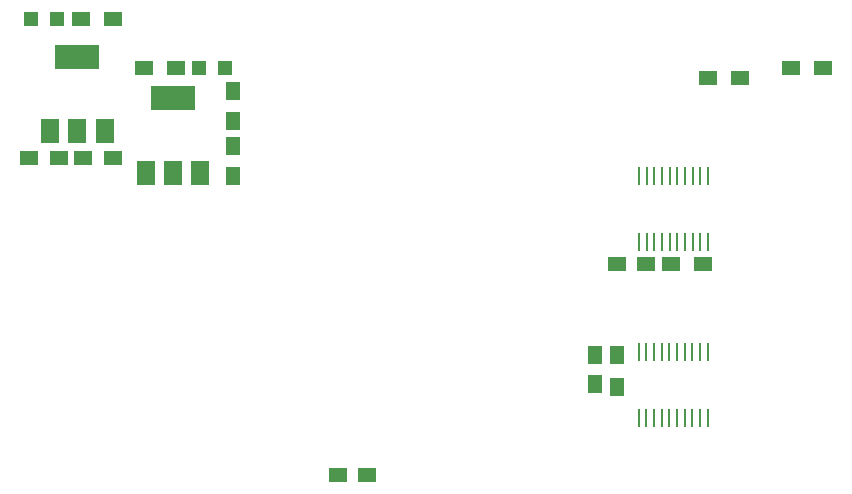
<source format=gbr>
G04 #@! TF.FileFunction,Paste,Top*
%FSLAX46Y46*%
G04 Gerber Fmt 4.6, Leading zero omitted, Abs format (unit mm)*
G04 Created by KiCad (PCBNEW 4.0.4-stable) date 04/28/17 11:07:38*
%MOMM*%
%LPD*%
G01*
G04 APERTURE LIST*
%ADD10C,0.100000*%
%ADD11R,1.500000X1.300000*%
%ADD12R,1.250000X1.500000*%
%ADD13R,1.500000X1.250000*%
%ADD14R,1.200000X1.200000*%
%ADD15R,1.300000X1.500000*%
%ADD16R,0.250000X1.550000*%
%ADD17R,3.800000X2.000000*%
%ADD18R,1.500000X2.000000*%
G04 APERTURE END LIST*
D10*
D11*
X177650000Y-74800000D03*
X174950000Y-74800000D03*
D12*
X165320000Y-100730000D03*
X165320000Y-98230000D03*
D13*
X143560000Y-108390000D03*
X146060000Y-108390000D03*
X169700000Y-90540000D03*
X167200000Y-90540000D03*
D12*
X134720000Y-83050000D03*
X134720000Y-80550000D03*
D13*
X122040000Y-81600000D03*
X124540000Y-81600000D03*
X119940000Y-81590000D03*
X117440000Y-81590000D03*
D12*
X134740000Y-75920000D03*
X134740000Y-78420000D03*
D14*
X117610000Y-69790000D03*
X119810000Y-69790000D03*
X134020000Y-73920000D03*
X131820000Y-73920000D03*
D15*
X167220000Y-100920000D03*
X167220000Y-98220000D03*
D11*
X174520000Y-90560000D03*
X171820000Y-90560000D03*
X121810000Y-69820000D03*
X124510000Y-69820000D03*
X129830000Y-73920000D03*
X127130000Y-73920000D03*
X181980000Y-73970000D03*
X184680000Y-73970000D03*
D16*
X169035000Y-103590000D03*
X169685000Y-103590000D03*
X170335000Y-103590000D03*
X170985000Y-103590000D03*
X171635000Y-103590000D03*
X172285000Y-103590000D03*
X172935000Y-103590000D03*
X173585000Y-103590000D03*
X174235000Y-103590000D03*
X174885000Y-103590000D03*
X174885000Y-97990000D03*
X174235000Y-97990000D03*
X173585000Y-97990000D03*
X172935000Y-97990000D03*
X172285000Y-97990000D03*
X171635000Y-97990000D03*
X170985000Y-97990000D03*
X170335000Y-97990000D03*
X169685000Y-97990000D03*
X169035000Y-97990000D03*
X169065000Y-88660000D03*
X169715000Y-88660000D03*
X170365000Y-88660000D03*
X171015000Y-88660000D03*
X171665000Y-88660000D03*
X172315000Y-88660000D03*
X172965000Y-88660000D03*
X173615000Y-88660000D03*
X174265000Y-88660000D03*
X174915000Y-88660000D03*
X174915000Y-83060000D03*
X174265000Y-83060000D03*
X173615000Y-83060000D03*
X172965000Y-83060000D03*
X172315000Y-83060000D03*
X171665000Y-83060000D03*
X171015000Y-83060000D03*
X170365000Y-83060000D03*
X169715000Y-83060000D03*
X169065000Y-83060000D03*
D17*
X121530000Y-72980000D03*
D18*
X121530000Y-79280000D03*
X123830000Y-79280000D03*
X119230000Y-79280000D03*
D17*
X129630000Y-76520000D03*
D18*
X129630000Y-82820000D03*
X131930000Y-82820000D03*
X127330000Y-82820000D03*
M02*

</source>
